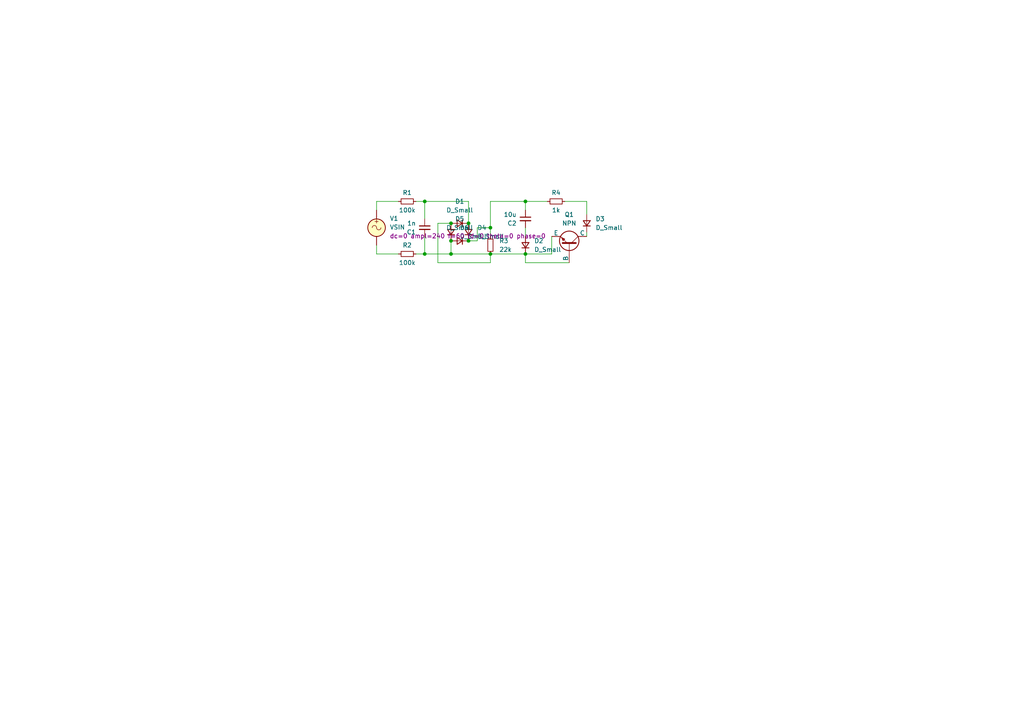
<source format=kicad_sch>
(kicad_sch (version 20230121) (generator eeschema)
  (paper "A4")
  (lib_symbols
    (symbol "Device:C_Small" (pin_numbers hide) (pin_names (offset 0.254) hide)
      (property "Reference" "C" (at 0.254 1.778 0))
      (property "Value" "C_Small" (at 0.254 -2.032 0))
      (symbol "C_Small_0_1"
        (polyline (pts (xy -1.524 -0.508) (xy 1.524 -0.508)) (stroke (width 0.3302)))
        (polyline (pts (xy -1.524 0.508) (xy 1.524 0.508)) (stroke (width 0.3048)))
      )
      (symbol "C_Small_1_1"
        (pin passive line (at 0 2.54 270) (length 2.032) (name "~") (number "1"))
        (pin passive line (at 0 -2.54 90) (length 2.032) (name "~") (number "2"))
      )
    )
    (symbol "Device:D_Small" (pin_numbers hide) (pin_names (offset 0.254) hide)
      (property "Reference" "D" (at -1.27 2.032 0))
      (property "Value" "D_Small" (at -3.81 -2.032 0))
      (symbol "D_Small_0_1"
        (polyline (pts (xy -0.762 -1.016) (xy -0.762 1.016)) (stroke (width 0.254)))
        (polyline (pts (xy -0.762 0) (xy 0.762 0)))
        (polyline (pts (xy 0.762 -1.016) (xy -0.762 0) (xy 0.762 1.016) (xy 0.762 -1.016)) (stroke (width 0.254)))
      )
      (symbol "D_Small_1_1"
        (pin passive line (at -2.54 0 0) (length 1.778) (name "K") (number "1"))
        (pin passive line (at 2.54 0 180) (length 1.778) (name "A") (number "2"))
      )
    )
    (symbol "Device:R_Small" (pin_numbers hide) (pin_names (offset 0.254) hide)
      (property "Reference" "R" (at 0.762 0.508 0))
      (property "Value" "R_Small" (at 0.762 -1.016 0))
      (symbol "R_Small_0_1"
        (rectangle (start -0.762 1.778) (end 0.762 -1.778) (stroke (width 0.2032)))
      )
      (symbol "R_Small_1_1"
        (pin passive line (at 0 2.54 270) (length 0.762) (name "~") (number "1"))
        (pin passive line (at 0 -2.54 90) (length 0.762) (name "~") (number "2"))
      )
    )
    (symbol "Simulation_SPICE:NPN" (pin_numbers hide) (pin_names (offset 0))
      (property "Reference" "Q" (at -2.54 7.62 0))
      (property "Value" "NPN" (at -2.54 5.08 0))
      (symbol "NPN_0_1"
        (polyline (pts (xy -2.54 0) (xy 0.635 0)) (stroke (width 0.1524)))
        (polyline (pts (xy 0.635 0.635) (xy 2.54 2.54)))
        (polyline (pts (xy 2.794 -1.27) (xy 2.794 -1.27)) (stroke (width 0.1524)))
        (polyline (pts (xy 2.794 -1.27) (xy 2.794 -1.27)) (stroke (width 0.1524)))
        (polyline (pts (xy 0.635 -0.635) (xy 2.54 -2.54) (xy 2.54 -2.54)))
        (polyline (pts (xy 0.635 1.905) (xy 0.635 -1.905) (xy 0.635 -1.905)) (stroke (width 0.508)))
        (polyline (pts (xy 1.27 -1.778) (xy 1.778 -1.27) (xy 2.286 -2.286) (xy 1.27 -1.778) (xy 1.27 -1.778)) (fill (type outline)))
        (circle (center 1.27 0) (radius 2.8194) (stroke (width 0.254)))
      )
      (symbol "NPN_1_1"
        (pin open_collector line (at 2.54 5.08 270) (length 2.54) (name "C") (number "1"))
        (pin input line (at -5.08 0 0) (length 2.54) (name "B") (number "2"))
        (pin open_emitter line (at 2.54 -5.08 90) (length 2.54) (name "E") (number "3"))
      )
    )
    (symbol "Simulation_SPICE:VSIN" (pin_numbers hide) (pin_names (offset 0.0254))
      (property "Reference" "V" (at 2.54 2.54 0))
      (property "Value" "VSIN" (at 2.54 0 0))
      (property "Sim.Params" "dc=0 ampl=1 f=1k ac=1" (at 2.54 -2.54 0))
      (symbol "VSIN_0_0"
        (arc (start 0 0) (mid -0.635 0.6323) (end -1.27 0))
        (arc (start 0 0) (mid 0.635 -0.6323) (end 1.27 0))
        (text "+" (at 0 1.905 0) (effects (font (size 1.27 1.27))))
      )
      (symbol "VSIN_0_1"
        (circle (center 0 0) (radius 2.54) (stroke (width 0.254)) (fill (type background)))
      )
      (symbol "VSIN_1_1"
        (pin passive line (at 0 5.08 270) (length 2.54) (name "~") (number "1"))
        (pin passive line (at 0 -5.08 90) (length 2.54) (name "~") (number "2"))
      )
    )
  )
  (junction (at 123.19 73.66))
  (junction (at 142.24 73.66))
  (junction (at 130.81 73.66))
  (junction (at 123.19 58.42))
  (junction (at 135.89 64.77))
  (junction (at 130.81 69.85))
  (junction (at 152.4 73.66))
  (junction (at 135.89 69.85))
  (junction (at 130.81 64.77))
  (junction (at 142.24 66.04))
  (junction (at 152.4 58.42))
  (wire (pts (xy 135.89 69.85) (xy 138.43 69.85)))
  (wire (pts (xy 142.24 76.2) (xy 127 76.2)))
  (wire (pts (xy 123.19 58.42) (xy 135.89 58.42)))
  (wire (pts (xy 123.19 58.42) (xy 120.65 58.42)))
  (wire (pts (xy 142.24 73.66) (xy 130.81 73.66)))
  (wire (pts (xy 142.24 58.42) (xy 142.24 66.04)))
  (wire (pts (xy 152.4 73.66) (xy 152.4 76.2)))
  (wire (pts (xy 109.22 60.96) (xy 109.22 58.42)))
  (wire (pts (xy 160.02 68.58) (xy 160.02 73.66)))
  (wire (pts (xy 152.4 66.04) (xy 152.4 68.58)))
  (wire (pts (xy 123.19 63.5) (xy 123.19 58.42)))
  (wire (pts (xy 127 64.77) (xy 127 76.2)))
  (wire (pts (xy 142.24 66.04) (xy 142.24 68.58)))
  (wire (pts (xy 152.4 60.96) (xy 152.4 58.42)))
  (wire (pts (xy 142.24 73.66) (xy 142.24 76.2)))
  (wire (pts (xy 138.43 66.04) (xy 142.24 66.04)))
  (wire (pts (xy 142.24 58.42) (xy 152.4 58.42)))
  (wire (pts (xy 142.24 73.66) (xy 152.4 73.66)))
  (wire (pts (xy 160.02 73.66) (xy 152.4 73.66)))
  (wire (pts (xy 170.18 67.31) (xy 170.18 68.58)))
  (wire (pts (xy 127 64.77) (xy 130.81 64.77)))
  (wire (pts (xy 138.43 69.85) (xy 138.43 66.04)))
  (wire (pts (xy 170.18 58.42) (xy 170.18 62.23)))
  (wire (pts (xy 123.19 73.66) (xy 130.81 73.66)))
  (wire (pts (xy 123.19 73.66) (xy 120.65 73.66)))
  (wire (pts (xy 163.83 58.42) (xy 170.18 58.42)))
  (wire (pts (xy 109.22 73.66) (xy 115.57 73.66)))
  (wire (pts (xy 135.89 58.42) (xy 135.89 64.77)))
  (wire (pts (xy 115.57 58.42) (xy 109.22 58.42)))
  (wire (pts (xy 123.19 73.66) (xy 123.19 68.58)))
  (wire (pts (xy 109.22 71.12) (xy 109.22 73.66)))
  (wire (pts (xy 152.4 58.42) (xy 158.75 58.42)))
  (wire (pts (xy 152.4 76.2) (xy 165.1 76.2)))
  (wire (pts (xy 130.81 69.85) (xy 130.81 73.66)))
  (symbol (lib_id "Device:R_Small") (at 118.11 58.42 270) (unit 1)
    (property "Reference" "R1" (at 118.11 55.88 90))
    (property "Value" "100k" (at 118.11 60.96 90))
    (property "Footprint" "Resistor_SMD:R_2512_6332Metric" (effects hide))
  )
  (symbol (lib_id "Device:C_Small") (at 152.4 63.5 0) (unit 1)
    (property "Reference" "C2" (at 149.86 64.7764 0) (effects (justify right)))
    (property "Value" "10u" (at 149.86 62.23 0) (effects (justify right)))
    (property "Footprint" "Capacitor_SMD:C_0402_1005Metric" (effects hide))
    (property "Sim.Device" "C" (effects hide))
    (property "Sim.Pins" "1=+ 2=-" (effects hide))
    (property "Sim.Params" "c=100n" (effects hide))
  )
  (symbol (lib_id "Device:D_Small") (at 170.18 64.77 90) (unit 1)
    (property "Reference" "D3" (at 172.72 63.5 90) (effects (justify right)))
    (property "Value" "D_Small" (at 172.72 66.04 90) (effects (justify right)))
    (property "Sim.Device" "D" (effects hide))
    (property "Sim.Pins" "1=K 2=A" (effects hide))
  )
  (symbol (lib_id "Device:R_Small") (at 161.29 58.42 270) (unit 1)
    (property "Reference" "R4" (at 161.29 55.88 90))
    (property "Value" "1k" (at 161.29 60.96 90))
    (property "Footprint" "Resistor_SMD:R_2512_6332Metric" (effects hide))
  )
  (symbol (lib_id "Device:R_Small") (at 142.24 71.12 180) (unit 1)
    (property "Reference" "R3" (at 144.78 69.85 0) (effects (justify right)))
    (property "Value" "22k" (at 144.78 72.39 0) (effects (justify right)))
    (property "Footprint" "Resistor_SMD:R_2512_6332Metric" (effects hide))
  )
  (symbol (lib_id "Device:C_Small") (at 123.19 66.04 0) (unit 1)
    (property "Reference" "C1" (at 120.65 67.3164 0) (effects (justify right)))
    (property "Value" "1n" (at 120.65 64.77 0) (effects (justify right)))
    (property "Footprint" "Capacitor_SMD:C_0402_1005Metric" (effects hide))
    (property "Sim.Device" "C" (effects hide))
    (property "Sim.Pins" "1=+ 2=-" (effects hide))
  )
  (symbol (lib_id "Device:R_Small") (at 118.11 73.66 270) (unit 1)
    (property "Reference" "R2" (at 118.11 71.12 90))
    (property "Value" "100k" (at 118.11 76.2 90))
    (property "Footprint" "Resistor_SMD:R_2512_6332Metric" (effects hide))
  )
  (symbol (lib_id "Device:D_Small") (at 133.35 64.77 180) (unit 1)
    (property "Reference" "D1" (at 133.35 58.42 0))
    (property "Value" "D_Small" (at 133.35 60.96 0))
    (property "Sim.Device" "D" (effects hide))
    (property "Sim.Pins" "1=K 2=A" (effects hide))
  )
  (symbol (lib_id "Device:D_Small") (at 130.81 67.31 90) (unit 1)
    (property "Reference" "D6" (at 133.35 66.04 90) (effects (justify right)))
    (property "Value" "D_Small" (at 133.35 68.58 90) (effects (justify right)))
    (property "Sim.Device" "D" (effects hide))
    (property "Sim.Pins" "1=K 2=A" (effects hide))
  )
  (symbol (lib_id "Device:D_Small") (at 135.89 67.31 90) (unit 1)
    (property "Reference" "D4" (at 138.43 66.04 90) (effects (justify right)))
    (property "Value" "D_Small" (at 138.43 68.58 90) (effects (justify right)))
    (property "Sim.Device" "D" (effects hide))
    (property "Sim.Pins" "1=K 2=A" (effects hide))
  )
  (symbol (lib_id "Simulation_SPICE:VSIN") (at 109.22 66.04 0) (unit 1)
    (property "Reference" "V1" (at 113.03 63.3702 0) (effects (justify left)))
    (property "Value" "VSIN" (at 113.03 65.9102 0) (effects (justify left)))
    (property "Sim.Pins" "1=+ 2=-" (effects hide))
    (property "Sim.Params" "dc=0 ampl=240 f=60 td=0 theta=0 phase=0" (at 113.03 68.4502 0) (effects (justify left)))
    (property "Sim.Type" "SIN" (effects hide))
    (property "Sim.Device" "V" (effects hide))
  )
  (symbol (lib_id "Simulation_SPICE:NPN") (at 165.1 71.12 270) (mirror x) (unit 1)
    (property "Reference" "Q1" (at 165.1 62.23 90))
    (property "Value" "NPN" (at 165.1 64.77 90))
    (property "Sim.Device" "NPN" (effects hide))
    (property "Sim.Type" "GUMMELPOON" (effects hide))
    (property "Sim.Pins" "1=C 2=B 3=E" (effects hide))
  )
  (symbol (lib_id "Device:D_Small") (at 133.35 69.85 180) (unit 1)
    (property "Reference" "D5" (at 133.35 63.5 0))
    (property "Value" "D_Small" (at 133.35 66.04 0))
    (property "Sim.Device" "D" (effects hide))
    (property "Sim.Pins" "1=K 2=A" (effects hide))
  )
  (symbol (lib_id "Device:D_Small") (at 152.4 71.12 90) (unit 1)
    (property "Reference" "D2" (at 154.94 69.85 90) (effects (justify right)))
    (property "Value" "D_Small" (at 154.94 72.39 90) (effects (justify right)))
    (property "Sim.Device" "D" (effects hide))
    (property "Sim.Pins" "1=K 2=A" (effects hide))
  )
)
</source>
